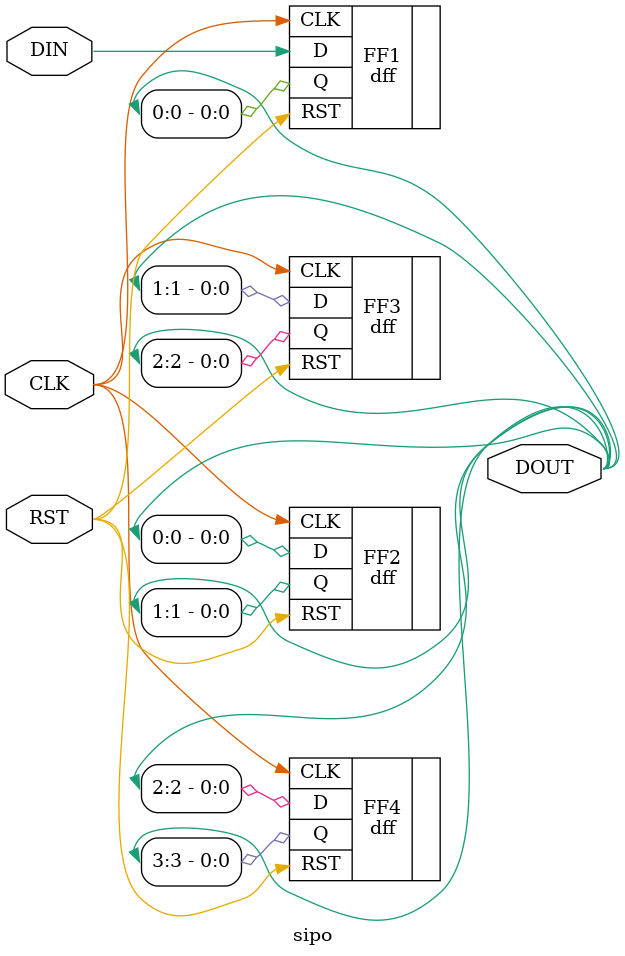
<source format=v>
/*
    Shift Register but for parallel
    4-bit, right shift

    AKA a SIPO (Serial in, Paralel Out)
*/
`timescale 1ns / 1ps
module sipo(
    input DIN,
    input CLK,
    input RST,
    output [3:0] DOUT  
    );

    // Internal wires for FF connections
    wire [2:0] Q_INT;

    dff FF1(.D(DIN),      .CLK(CLK), .RST(RST), .Q(DOUT[0]));       // First bit in
    dff FF2(.D(DOUT[0]),  .CLK(CLK), .RST(RST), .Q(DOUT[1]));
    dff FF3(.D(DOUT[1]),  .CLK(CLK), .RST(RST), .Q(DOUT[2]));
    dff FF4(.D(DOUT[2]),  .CLK(CLK), .RST(RST), .Q(DOUT[3]));       // Last bit in
endmodule
</source>
